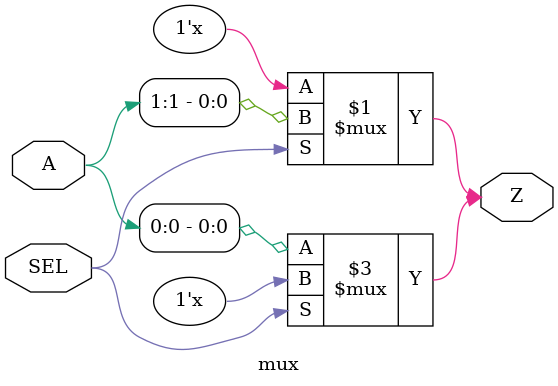
<source format=v>

module top (input SEL, input[1:0] A, output Z, output Y, output X, output W);
   assign Z = ( SEL) ? A[1] : 1'bz;
   tbuf tbuf(.A(A[0]), .OE(!SEL), .Z(Z));
//   assign Z = (!SEL) ? A[0] : 1'bz;

   tbuf mux0[1:0](.A(A), .OE({SEL,!SEL}), .Z(Y));

   pass mux1(.A(A), .SEL(SEL), .Z(X));
   mux  mux2(.A(A), .SEL(SEL), .Z(W));
endmodule

module pass (input[1:0] A, input SEL, output Z);
   tbuf tbuf1(.A(A[1]), .OE(SEL), .Z(Z));
   tbuf tbuf0(.A(A[0]), .OE(!SEL),.Z(Z));
endmodule

module tbuf (input A, input OE, output Z);
   assign Z = (OE) ? A : 1'bz;
endmodule

module mux (input[1:0] A, input SEL, output Z);
   assign Z = (SEL) ? A[1] : 1'bz;
   assign Z = (!SEL)? A[0] : 1'bz;
endmodule

</source>
